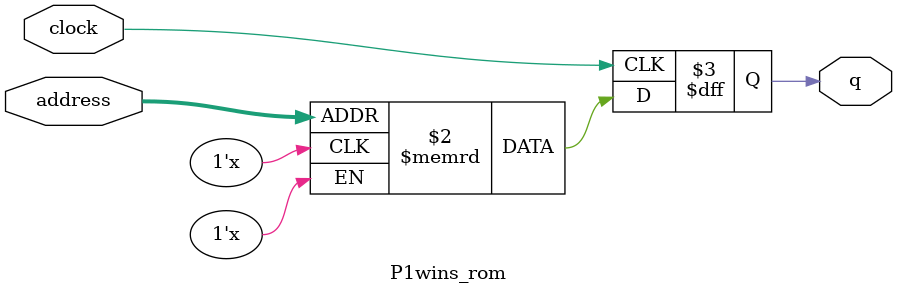
<source format=sv>
module P1wins_rom (
	input logic clock,
	input logic [17:0] address,
	output logic [0:0] q
);

logic [0:0] memory [0:172799] /* synthesis ram_init_file = "./P1wins/P1wins.mif" */;

always_ff @ (posedge clock) begin
	q <= memory[address];
end

endmodule

</source>
